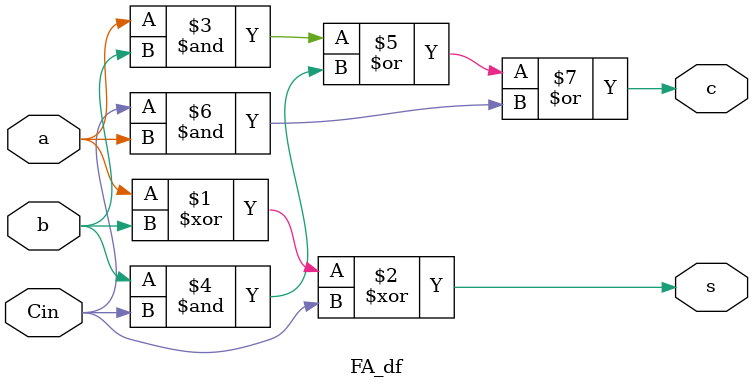
<source format=v>
module FA_df(s, c, a, b, Cin);
  input a, b, Cin;
  output s, c;
  
  assign s=a^b^Cin;
  assign c=a&b | b&Cin | Cin&a;
  
endmodule

</source>
